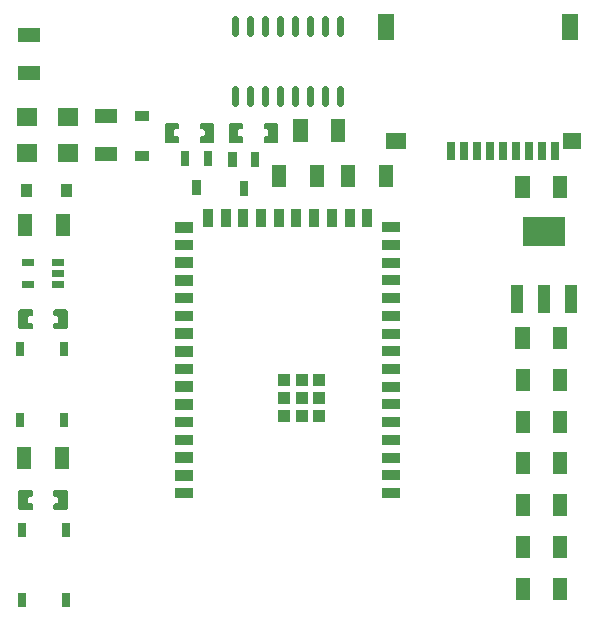
<source format=gtp>
G04 Layer: TopPasteMaskLayer*
G04 EasyEDA v6.4.25, 2021-10-04T21:02:54--4:00*
G04 e5a6d802368343aa863876e234e9a9e8,96b9eb17c6bf4bf1aa34359f555252a9,10*
G04 Gerber Generator version 0.2*
G04 Scale: 100 percent, Rotated: No, Reflected: No *
G04 Dimensions in millimeters *
G04 leading zeros omitted , absolute positions ,4 integer and 5 decimal *
%FSLAX45Y45*%
%MOMM*%

%ADD14C,0.6000*%
%ADD18R,0.7000X1.3000*%
%ADD20R,1.8000X1.5000*%
%ADD21R,1.1500X0.9500*%
%ADD24R,1.0500X2.4650*%
%ADD26R,1.2000X1.9000*%
%ADD27R,1.9000X1.2000*%
%ADD28R,0.7010X1.6002*%
%ADD29R,1.6002X1.3995*%
%ADD30R,1.3995X2.1996*%
%ADD31R,1.8009X1.3995*%
%ADD32R,1.5000X0.9000*%
%ADD33R,0.9000X1.5000*%
%ADD34R,1.0500X1.0500*%

%LPD*%
G36*
X887476Y-34950D02*
G01*
X877519Y-44958D01*
X877519Y-81076D01*
X887476Y-91084D01*
X908558Y-91084D01*
X918565Y-101092D01*
X918565Y-138938D01*
X908558Y-148894D01*
X887476Y-148894D01*
X877519Y-158902D01*
X877519Y-195072D01*
X887476Y-205028D01*
X988263Y-205028D01*
X998270Y-195072D01*
X998270Y-44958D01*
X988263Y-34950D01*
G37*
G36*
X591769Y-34950D02*
G01*
X581761Y-44958D01*
X581761Y-195072D01*
X591769Y-205028D01*
X692505Y-205028D01*
X702513Y-195072D01*
X702513Y-158902D01*
X692505Y-148894D01*
X671423Y-148894D01*
X661466Y-138938D01*
X661466Y-101092D01*
X671423Y-91084D01*
X692505Y-91084D01*
X702513Y-81076D01*
X702513Y-44958D01*
X692505Y-34950D01*
G37*
G36*
X51765Y-34950D02*
G01*
X41757Y-44958D01*
X41757Y-195072D01*
X51765Y-205028D01*
X152501Y-205028D01*
X162509Y-195072D01*
X162509Y-158902D01*
X152501Y-148894D01*
X131419Y-148894D01*
X121462Y-138938D01*
X121462Y-101092D01*
X131419Y-91084D01*
X152501Y-91084D01*
X162509Y-81076D01*
X162509Y-44958D01*
X152501Y-34950D01*
G37*
G36*
X347522Y-34950D02*
G01*
X337515Y-44958D01*
X337515Y-81076D01*
X347522Y-91084D01*
X368554Y-91084D01*
X378561Y-101092D01*
X378561Y-138938D01*
X368554Y-148894D01*
X347522Y-148894D01*
X337515Y-158902D01*
X337515Y-195072D01*
X347522Y-205028D01*
X448259Y-205028D01*
X458266Y-195072D01*
X458266Y-44958D01*
X448259Y-34950D01*
G37*
G36*
X-1188262Y-3144926D02*
G01*
X-1198270Y-3154934D01*
X-1198270Y-3305048D01*
X-1188262Y-3315055D01*
X-1087526Y-3315055D01*
X-1077518Y-3305048D01*
X-1077518Y-3268929D01*
X-1087526Y-3258921D01*
X-1108557Y-3258921D01*
X-1118565Y-3248914D01*
X-1118565Y-3211068D01*
X-1108557Y-3201060D01*
X-1087526Y-3201060D01*
X-1077518Y-3191103D01*
X-1077518Y-3154934D01*
X-1087526Y-3144926D01*
G37*
G36*
X-892505Y-3144926D02*
G01*
X-902512Y-3154934D01*
X-902512Y-3191103D01*
X-892505Y-3201060D01*
X-871423Y-3201060D01*
X-861466Y-3211068D01*
X-861466Y-3248914D01*
X-871423Y-3258921D01*
X-892505Y-3258921D01*
X-902512Y-3268929D01*
X-902512Y-3305048D01*
X-892505Y-3315055D01*
X-791768Y-3315055D01*
X-781761Y-3305048D01*
X-781761Y-3154934D01*
X-791768Y-3144926D01*
G37*
G36*
X-892505Y-1614932D02*
G01*
X-902512Y-1624939D01*
X-902512Y-1661058D01*
X-892505Y-1671066D01*
X-871423Y-1671066D01*
X-861466Y-1681073D01*
X-861466Y-1718919D01*
X-871423Y-1728927D01*
X-892505Y-1728927D01*
X-902512Y-1738934D01*
X-902512Y-1775053D01*
X-892505Y-1785061D01*
X-791768Y-1785061D01*
X-781761Y-1775053D01*
X-781761Y-1624939D01*
X-791768Y-1614932D01*
G37*
G36*
X-1188262Y-1614932D02*
G01*
X-1198270Y-1624939D01*
X-1198270Y-1775053D01*
X-1188262Y-1785061D01*
X-1087526Y-1785061D01*
X-1077518Y-1775053D01*
X-1077518Y-1738934D01*
X-1087526Y-1728927D01*
X-1108557Y-1728927D01*
X-1118565Y-1718919D01*
X-1118565Y-1681073D01*
X-1108557Y-1671066D01*
X-1087526Y-1671066D01*
X-1077518Y-1661058D01*
X-1077518Y-1624939D01*
X-1087526Y-1614932D01*
G37*
D14*
X635502Y252806D02*
G01*
X635502Y132806D01*
X762502Y252806D02*
G01*
X762502Y132806D01*
X889502Y252806D02*
G01*
X889502Y132806D01*
X1016502Y252806D02*
G01*
X1016502Y132806D01*
X1143502Y252806D02*
G01*
X1143502Y132806D01*
X1270502Y252806D02*
G01*
X1270502Y132806D01*
X1397502Y252806D02*
G01*
X1397502Y132806D01*
X1524502Y252806D02*
G01*
X1524502Y132806D01*
X635502Y847166D02*
G01*
X635502Y727166D01*
X762502Y847166D02*
G01*
X762502Y727166D01*
X889502Y847166D02*
G01*
X889502Y727166D01*
X1016502Y847166D02*
G01*
X1016502Y727166D01*
X1143502Y847166D02*
G01*
X1143502Y727166D01*
X1270502Y847166D02*
G01*
X1270502Y727166D01*
X1397502Y847166D02*
G01*
X1397502Y727166D01*
X1524502Y847166D02*
G01*
X1524502Y727166D01*
G36*
X274998Y-522467D02*
G01*
X345000Y-522467D01*
X345000Y-647466D01*
X274998Y-647466D01*
G37*
G36*
X180002Y-272531D02*
G01*
X250004Y-272531D01*
X250004Y-397530D01*
X180002Y-397530D01*
G37*
G36*
X369994Y-272531D02*
G01*
X439996Y-272531D01*
X439996Y-397530D01*
X369994Y-397530D01*
G37*
G36*
X674999Y-532467D02*
G01*
X745002Y-532467D01*
X745002Y-657466D01*
X674999Y-657466D01*
G37*
G36*
X580003Y-282531D02*
G01*
X650006Y-282531D01*
X650006Y-407530D01*
X580003Y-407530D01*
G37*
G36*
X769995Y-282531D02*
G01*
X839998Y-282531D01*
X839998Y-407530D01*
X769995Y-407530D01*
G37*
D18*
G01*
X-1165052Y-4079981D03*
G01*
X-1165052Y-3480008D03*
G01*
X-795025Y-4079981D03*
G01*
X-795025Y-3480008D03*
G36*
X-1170010Y-1374995D02*
G01*
X-1070010Y-1374995D01*
X-1070010Y-1434995D01*
X-1170010Y-1434995D01*
G37*
G36*
X-1170010Y-1185003D02*
G01*
X-1070010Y-1185003D01*
X-1070010Y-1245003D01*
X-1170010Y-1245003D01*
G37*
G36*
X-909990Y-1185003D02*
G01*
X-809990Y-1185003D01*
X-809990Y-1245003D01*
X-909990Y-1245003D01*
G37*
G36*
X-909990Y-1279999D02*
G01*
X-809990Y-1279999D01*
X-809990Y-1339999D01*
X-909990Y-1339999D01*
G37*
G36*
X-909990Y-1374995D02*
G01*
X-809990Y-1374995D01*
X-809990Y-1434995D01*
X-909990Y-1434995D01*
G37*
D20*
G01*
X-780013Y10002D03*
G01*
X-780013Y-289996D03*
D21*
G01*
X-149992Y19248D03*
G01*
X-149992Y-319232D03*
G36*
X-838260Y-552500D02*
G01*
X-743259Y-552500D01*
X-743259Y-667501D01*
X-838260Y-667501D01*
G37*
G36*
X-1176741Y-552500D02*
G01*
X-1081740Y-552500D01*
X-1081740Y-667501D01*
X-1176741Y-667501D01*
G37*
D24*
G01*
X3020004Y-1525757D03*
G01*
X3250001Y-1525757D03*
G01*
X3479998Y-1525757D03*
G36*
X3427001Y-1077501D02*
G01*
X3073001Y-1077501D01*
X3073001Y-830999D01*
X3427001Y-830999D01*
G37*
D26*
G01*
X1010000Y-489996D03*
G01*
X1330015Y-489996D03*
G36*
X1130000Y-4998D02*
G01*
X1250000Y-4998D01*
X1250000Y-195000D01*
X1130000Y-195000D01*
G37*
G36*
X1450014Y-4998D02*
G01*
X1570014Y-4998D01*
X1570014Y-195000D01*
X1450014Y-195000D01*
G37*
D27*
G01*
X-1110010Y710001D03*
G01*
X-1110010Y389986D03*
D20*
G01*
X-1130000Y10002D03*
G01*
X-1130000Y-289996D03*
D18*
G01*
X-1185016Y-2549987D03*
G01*
X-1185016Y-1950013D03*
G01*
X-814989Y-2549987D03*
G01*
X-814989Y-1950013D03*
D26*
G01*
X3390005Y-3273328D03*
G01*
X3069991Y-3273328D03*
G01*
X3390005Y-2213335D03*
G01*
X3069991Y-2213335D03*
G01*
X3390005Y-2919989D03*
G01*
X3069991Y-2919989D03*
G01*
X3390005Y-3980007D03*
G01*
X3069991Y-3980007D03*
G36*
X3009999Y-1765000D02*
G01*
X3129998Y-1765000D01*
X3129998Y-1955002D01*
X3009999Y-1955002D01*
G37*
G36*
X3330013Y-1765000D02*
G01*
X3450013Y-1765000D01*
X3450013Y-1955002D01*
X3330013Y-1955002D01*
G37*
G01*
X-1140007Y-900003D03*
G01*
X-819993Y-900003D03*
D27*
G01*
X-459999Y20010D03*
G01*
X-459999Y-300004D03*
D26*
G01*
X3390005Y-3626667D03*
G01*
X3069991Y-3626667D03*
G01*
X3390005Y-2566675D03*
G01*
X3069991Y-2566675D03*
D28*
G01*
X2464988Y-272648D03*
G01*
X2574996Y-272648D03*
G01*
X2685003Y-272648D03*
G01*
X2794985Y-272648D03*
G01*
X2904992Y-272648D03*
G01*
X3015000Y-272648D03*
G01*
X3124982Y-272648D03*
G01*
X3234989Y-272648D03*
G01*
X3344997Y-272648D03*
D29*
G01*
X3490005Y-187330D03*
D30*
G01*
X3469990Y772662D03*
D31*
G01*
X1994936Y-187304D03*
D30*
G01*
X1909998Y772662D03*
D32*
G01*
X1955007Y-2270003D03*
G01*
X1955007Y-2119990D03*
G01*
X1955007Y-1970003D03*
G01*
X1955007Y-1819991D03*
G01*
X1955007Y-1670004D03*
G01*
X1955007Y-1519991D03*
G01*
X1955007Y-1370004D03*
G01*
X1955007Y-1219992D03*
G01*
X1955007Y-1070005D03*
G01*
X1955007Y-919993D03*
G01*
X1955007Y-2419990D03*
G01*
X1955007Y-2570002D03*
G01*
X1955007Y-2719989D03*
G01*
X1955007Y-2870001D03*
G01*
X1955007Y-3020014D03*
G01*
X1955007Y-3170001D03*
D33*
G01*
X1755007Y-845012D03*
G01*
X1604995Y-845012D03*
G01*
X1455008Y-845012D03*
G01*
X1304996Y-845012D03*
G01*
X1155009Y-845012D03*
G01*
X1004996Y-845012D03*
G01*
X855009Y-845012D03*
G01*
X704997Y-845012D03*
G01*
X555010Y-845012D03*
G01*
X404997Y-845012D03*
G36*
X129999Y-874999D02*
G01*
X280001Y-874999D01*
X280001Y-965001D01*
X129999Y-965001D01*
G37*
G36*
X129999Y-1024999D02*
G01*
X280001Y-1024999D01*
X280001Y-1115001D01*
X129999Y-1115001D01*
G37*
G36*
X129999Y-1174998D02*
G01*
X280001Y-1174998D01*
X280001Y-1265001D01*
X129999Y-1265001D01*
G37*
G36*
X129999Y-1324998D02*
G01*
X280001Y-1324998D01*
X280001Y-1415000D01*
X129999Y-1415000D01*
G37*
G36*
X129999Y-1474998D02*
G01*
X280001Y-1474998D01*
X280001Y-1565000D01*
X129999Y-1565000D01*
G37*
G36*
X129999Y-1624998D02*
G01*
X280001Y-1624998D01*
X280001Y-1715000D01*
X129999Y-1715000D01*
G37*
G36*
X129999Y-1775000D02*
G01*
X280001Y-1775000D01*
X280001Y-1865002D01*
X129999Y-1865002D01*
G37*
G36*
X129999Y-1924999D02*
G01*
X280001Y-1924999D01*
X280001Y-2015002D01*
X129999Y-2015002D01*
G37*
G36*
X129999Y-2074999D02*
G01*
X280001Y-2074999D01*
X280001Y-2165002D01*
X129999Y-2165002D01*
G37*
G36*
X129999Y-2224999D02*
G01*
X280001Y-2224999D01*
X280001Y-2315001D01*
X129999Y-2315001D01*
G37*
G36*
X129999Y-2374999D02*
G01*
X280001Y-2374999D01*
X280001Y-2465001D01*
X129999Y-2465001D01*
G37*
G36*
X129999Y-2524998D02*
G01*
X280001Y-2524998D01*
X280001Y-2615001D01*
X129999Y-2615001D01*
G37*
G36*
X129999Y-2674998D02*
G01*
X280001Y-2674998D01*
X280001Y-2765000D01*
X129999Y-2765000D01*
G37*
G36*
X129999Y-2824998D02*
G01*
X280001Y-2824998D01*
X280001Y-2915000D01*
X129999Y-2915000D01*
G37*
G36*
X129999Y-2975000D02*
G01*
X280001Y-2975000D01*
X280001Y-3065002D01*
X129999Y-3065002D01*
G37*
G36*
X129999Y-3125000D02*
G01*
X280001Y-3125000D01*
X280001Y-3215002D01*
X129999Y-3215002D01*
G37*
D34*
G01*
X1349014Y-2515011D03*
G01*
X1199001Y-2515011D03*
G01*
X1048989Y-2515011D03*
G01*
X1048989Y-2364999D03*
G01*
X1199001Y-2364999D03*
G01*
X1349014Y-2364999D03*
G01*
X1048989Y-2215012D03*
G01*
X1199001Y-2215012D03*
G01*
X1349014Y-2215012D03*
D26*
G01*
X1909998Y-489996D03*
G01*
X1589984Y-489996D03*
G36*
X3010001Y-485000D02*
G01*
X3130001Y-485000D01*
X3130001Y-675002D01*
X3010001Y-675002D01*
G37*
G36*
X3330016Y-485000D02*
G01*
X3450015Y-485000D01*
X3450015Y-675002D01*
X3330016Y-675002D01*
G37*
G01*
X-830000Y-2870001D03*
G01*
X-1150015Y-2870001D03*
M02*

</source>
